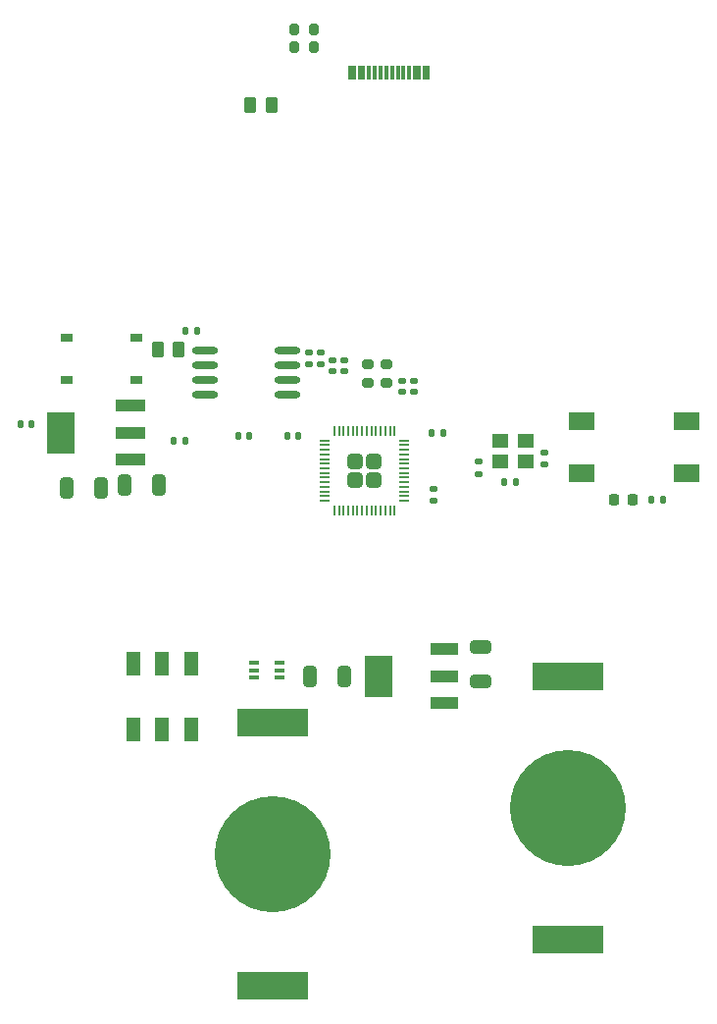
<source format=gbr>
%TF.GenerationSoftware,KiCad,Pcbnew,8.0.4*%
%TF.CreationDate,2024-12-04T20:03:35-06:00*%
%TF.ProjectId,amoguspico,616d6f67-7573-4706-9963-6f2e6b696361,rev?*%
%TF.SameCoordinates,Original*%
%TF.FileFunction,Paste,Top*%
%TF.FilePolarity,Positive*%
%FSLAX46Y46*%
G04 Gerber Fmt 4.6, Leading zero omitted, Abs format (unit mm)*
G04 Created by KiCad (PCBNEW 8.0.4) date 2024-12-04 20:03:35*
%MOMM*%
%LPD*%
G01*
G04 APERTURE LIST*
G04 Aperture macros list*
%AMRoundRect*
0 Rectangle with rounded corners*
0 $1 Rounding radius*
0 $2 $3 $4 $5 $6 $7 $8 $9 X,Y pos of 4 corners*
0 Add a 4 corners polygon primitive as box body*
4,1,4,$2,$3,$4,$5,$6,$7,$8,$9,$2,$3,0*
0 Add four circle primitives for the rounded corners*
1,1,$1+$1,$2,$3*
1,1,$1+$1,$4,$5*
1,1,$1+$1,$6,$7*
1,1,$1+$1,$8,$9*
0 Add four rect primitives between the rounded corners*
20,1,$1+$1,$2,$3,$4,$5,0*
20,1,$1+$1,$4,$5,$6,$7,0*
20,1,$1+$1,$6,$7,$8,$9,0*
20,1,$1+$1,$8,$9,$2,$3,0*%
G04 Aperture macros list end*
%ADD10R,6.100000X2.400000*%
%ADD11C,10.000000*%
%ADD12RoundRect,0.250000X-0.262500X-0.450000X0.262500X-0.450000X0.262500X0.450000X-0.262500X0.450000X0*%
%ADD13RoundRect,0.140000X0.170000X-0.140000X0.170000X0.140000X-0.170000X0.140000X-0.170000X-0.140000X0*%
%ADD14RoundRect,0.200000X0.200000X0.275000X-0.200000X0.275000X-0.200000X-0.275000X0.200000X-0.275000X0*%
%ADD15RoundRect,0.135000X-0.135000X-0.185000X0.135000X-0.185000X0.135000X0.185000X-0.135000X0.185000X0*%
%ADD16RoundRect,0.250000X-0.650000X0.325000X-0.650000X-0.325000X0.650000X-0.325000X0.650000X0.325000X0*%
%ADD17RoundRect,0.218750X0.218750X0.256250X-0.218750X0.256250X-0.218750X-0.256250X0.218750X-0.256250X0*%
%ADD18R,2.460000X1.050000*%
%ADD19R,2.460000X3.540000*%
%ADD20RoundRect,0.200000X-0.200000X-0.275000X0.200000X-0.275000X0.200000X0.275000X-0.200000X0.275000X0*%
%ADD21RoundRect,0.140000X0.140000X0.170000X-0.140000X0.170000X-0.140000X-0.170000X0.140000X-0.170000X0*%
%ADD22R,2.500000X1.100000*%
%ADD23R,2.340000X3.600000*%
%ADD24RoundRect,0.200000X-0.275000X0.200000X-0.275000X-0.200000X0.275000X-0.200000X0.275000X0.200000X0*%
%ADD25RoundRect,0.250000X-0.325000X-0.650000X0.325000X-0.650000X0.325000X0.650000X-0.325000X0.650000X0*%
%ADD26RoundRect,0.250000X0.325000X0.650000X-0.325000X0.650000X-0.325000X-0.650000X0.325000X-0.650000X0*%
%ADD27RoundRect,0.135000X0.185000X-0.135000X0.185000X0.135000X-0.185000X0.135000X-0.185000X-0.135000X0*%
%ADD28RoundRect,0.140000X-0.170000X0.140000X-0.170000X-0.140000X0.170000X-0.140000X0.170000X0.140000X0*%
%ADD29RoundRect,0.140000X-0.140000X-0.170000X0.140000X-0.170000X0.140000X0.170000X-0.140000X0.170000X0*%
%ADD30R,1.200000X2.000000*%
%ADD31R,1.400000X1.200000*%
%ADD32R,1.000000X0.750000*%
%ADD33R,2.300000X1.500000*%
%ADD34R,0.300000X1.300000*%
%ADD35O,2.250000X0.630000*%
%ADD36R,0.850000X0.350000*%
%ADD37RoundRect,0.249999X-0.395001X-0.395001X0.395001X-0.395001X0.395001X0.395001X-0.395001X0.395001X0*%
%ADD38RoundRect,0.050000X-0.387500X-0.050000X0.387500X-0.050000X0.387500X0.050000X-0.387500X0.050000X0*%
%ADD39RoundRect,0.050000X-0.050000X-0.387500X0.050000X-0.387500X0.050000X0.387500X-0.050000X0.387500X0*%
G04 APERTURE END LIST*
D10*
%TO.C,BT1*%
X142000000Y-118750000D03*
X142000000Y-141450000D03*
D11*
X142000000Y-130100000D03*
%TD*%
D12*
%TO.C,R5*%
X132087500Y-86580000D03*
X133912500Y-86580000D03*
%TD*%
D13*
%TO.C,C7*%
X153250000Y-90230000D03*
X153250000Y-89270000D03*
%TD*%
D14*
%TO.C,R3*%
X145575000Y-58990000D03*
X143925000Y-58990000D03*
%TD*%
D15*
%TO.C,R6*%
X174730000Y-99500000D03*
X175750000Y-99500000D03*
%TD*%
D16*
%TO.C,C2*%
X160000000Y-112275000D03*
X160000000Y-115225000D03*
%TD*%
D17*
%TO.C,D1*%
X173075000Y-99500000D03*
X171500000Y-99500000D03*
%TD*%
D13*
%TO.C,C16*%
X154250000Y-90230000D03*
X154250000Y-89270000D03*
%TD*%
D18*
%TO.C,U8*%
X156860000Y-117050000D03*
X156860000Y-114750000D03*
X156860000Y-112450000D03*
D19*
X151140000Y-114750000D03*
%TD*%
D20*
%TO.C,R9*%
X143925000Y-60500000D03*
X145575000Y-60500000D03*
%TD*%
D21*
%TO.C,C13*%
X144230000Y-94000000D03*
X143270000Y-94000000D03*
%TD*%
D12*
%TO.C,R8*%
X140087500Y-65500000D03*
X141912500Y-65500000D03*
%TD*%
D22*
%TO.C,U9*%
X129720000Y-96050000D03*
X129720000Y-93750000D03*
X129720000Y-91450000D03*
D23*
X123780000Y-93750000D03*
%TD*%
D13*
%TO.C,C8*%
X146147187Y-87825253D03*
X146147187Y-86865253D03*
%TD*%
D24*
%TO.C,R1*%
X150250000Y-87850000D03*
X150250000Y-89500000D03*
%TD*%
%TO.C,R2*%
X151841865Y-87839870D03*
X151841865Y-89489870D03*
%TD*%
D25*
%TO.C,C5*%
X145275000Y-114750000D03*
X148225000Y-114750000D03*
%TD*%
D26*
%TO.C,C1*%
X127225000Y-98500000D03*
X124275000Y-98500000D03*
%TD*%
D13*
%TO.C,C11*%
X147194541Y-87501664D03*
X147194541Y-88461664D03*
%TD*%
D21*
%TO.C,C15*%
X140000000Y-94000000D03*
X139040000Y-94000000D03*
%TD*%
D27*
%TO.C,R4*%
X159802222Y-97300698D03*
X159802222Y-96280698D03*
%TD*%
D28*
%TO.C,C18*%
X165500000Y-95520000D03*
X165500000Y-96480000D03*
%TD*%
D29*
%TO.C,C9*%
X155770000Y-93750000D03*
X156730000Y-93750000D03*
%TD*%
D13*
%TO.C,C6*%
X145134360Y-87843551D03*
X145134360Y-86883551D03*
%TD*%
D15*
%TO.C,R7*%
X134480000Y-85000000D03*
X135500000Y-85000000D03*
%TD*%
D28*
%TO.C,C10*%
X155920582Y-99598615D03*
X155920582Y-98638615D03*
%TD*%
D21*
%TO.C,C14*%
X121210000Y-93000000D03*
X120250000Y-93000000D03*
%TD*%
D13*
%TO.C,C12*%
X148250000Y-87500000D03*
X148250000Y-88460000D03*
%TD*%
D30*
%TO.C,SW1*%
X130000000Y-113650000D03*
X132500000Y-113650000D03*
X135000000Y-113650000D03*
X130000000Y-119350000D03*
X132500000Y-119350000D03*
X135000000Y-119350000D03*
%TD*%
D10*
%TO.C,BT2*%
X167500000Y-137450000D03*
X167500000Y-114750000D03*
D11*
X167500000Y-126100000D03*
%TD*%
D29*
%TO.C,C3*%
X133520000Y-94500000D03*
X134480000Y-94500000D03*
%TD*%
D31*
%TO.C,U6*%
X161650000Y-94500000D03*
X163850000Y-94500000D03*
X163850000Y-96200000D03*
X161650000Y-96200000D03*
%TD*%
D32*
%TO.C,SW2*%
X130250000Y-89250000D03*
X124250000Y-89250000D03*
X130250000Y-85550000D03*
X124250000Y-85550000D03*
%TD*%
D33*
%TO.C,SW3*%
X168700000Y-92750000D03*
X177800000Y-92750000D03*
X168700000Y-97250000D03*
X177800000Y-97250000D03*
%TD*%
D34*
%TO.C,USBC1*%
X155430000Y-62690000D03*
X154630000Y-62690000D03*
X153330000Y-62690000D03*
X152330000Y-62690000D03*
X151830000Y-62690000D03*
X150830000Y-62690000D03*
X149530000Y-62690000D03*
X148730000Y-62690000D03*
X149030000Y-62690000D03*
X149830000Y-62690000D03*
X150330000Y-62690000D03*
X151330000Y-62690000D03*
X152830000Y-62690000D03*
X153830000Y-62690000D03*
X154330000Y-62690000D03*
X155130000Y-62690000D03*
%TD*%
D35*
%TO.C,U1*%
X136220000Y-86670000D03*
X136220000Y-87950000D03*
X136220000Y-89210000D03*
X136220000Y-90480000D03*
X143280000Y-90480000D03*
X143280000Y-89210000D03*
X143280000Y-87950000D03*
X143280000Y-86670000D03*
%TD*%
D29*
%TO.C,C17*%
X162040000Y-98000000D03*
X163000000Y-98000000D03*
%TD*%
D36*
%TO.C,U4*%
X140400000Y-113600000D03*
X140400000Y-114250000D03*
X140400000Y-114900000D03*
X142600000Y-114900000D03*
X142600000Y-114250000D03*
X142600000Y-113600000D03*
%TD*%
D26*
%TO.C,C4*%
X132225000Y-98250000D03*
X129275000Y-98250000D03*
%TD*%
D37*
%TO.C,U5*%
X149150000Y-96230000D03*
X149150000Y-97830000D03*
X150750000Y-96230000D03*
X150750000Y-97830000D03*
D38*
X146512500Y-94430000D03*
X146512500Y-94830000D03*
X146512500Y-95230000D03*
X146512500Y-95630000D03*
X146512500Y-96030000D03*
X146512500Y-96430000D03*
X146512500Y-96830000D03*
X146512500Y-97230000D03*
X146512500Y-97630000D03*
X146512500Y-98030000D03*
X146512500Y-98430000D03*
X146512500Y-98830000D03*
X146512500Y-99230000D03*
X146512500Y-99630000D03*
D39*
X147350000Y-100467500D03*
X147750000Y-100467500D03*
X148150000Y-100467500D03*
X148550000Y-100467500D03*
X148950000Y-100467500D03*
X149350000Y-100467500D03*
X149750000Y-100467500D03*
X150150000Y-100467500D03*
X150550000Y-100467500D03*
X150950000Y-100467500D03*
X151350000Y-100467500D03*
X151750000Y-100467500D03*
X152150000Y-100467500D03*
X152550000Y-100467500D03*
D38*
X153387500Y-99630000D03*
X153387500Y-99230000D03*
X153387500Y-98830000D03*
X153387500Y-98430000D03*
X153387500Y-98030000D03*
X153387500Y-97630000D03*
X153387500Y-97230000D03*
X153387500Y-96830000D03*
X153387500Y-96430000D03*
X153387500Y-96030000D03*
X153387500Y-95630000D03*
X153387500Y-95230000D03*
X153387500Y-94830000D03*
X153387500Y-94430000D03*
D39*
X152550000Y-93592500D03*
X152150000Y-93592500D03*
X151750000Y-93592500D03*
X151350000Y-93592500D03*
X150950000Y-93592500D03*
X150550000Y-93592500D03*
X150150000Y-93592500D03*
X149750000Y-93592500D03*
X149350000Y-93592500D03*
X148950000Y-93592500D03*
X148550000Y-93592500D03*
X148150000Y-93592500D03*
X147750000Y-93592500D03*
X147350000Y-93592500D03*
%TD*%
M02*

</source>
